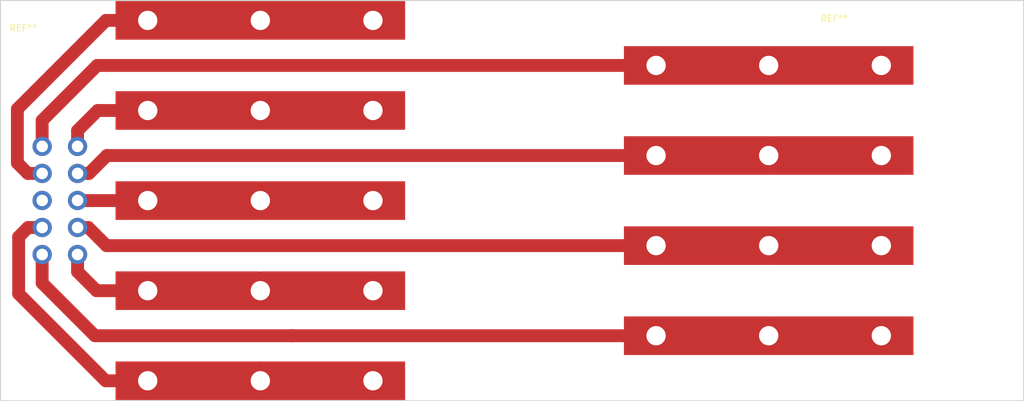
<source format=kicad_pcb>
(kicad_pcb (version 4) (host pcbnew 4.0.0-rc1-stable)

  (general
    (links 0)
    (no_connects 0)
    (area 61.924999 55.496 219.582 117.896)
    (thickness 1.6)
    (drawings 4)
    (tracks 32)
    (zones 0)
    (modules 2)
    (nets 1)
  )

  (page A4)
  (layers
    (0 F.Cu signal)
    (31 B.Cu signal)
    (32 B.Adhes user)
    (33 F.Adhes user)
    (34 B.Paste user)
    (35 F.Paste user)
    (36 B.SilkS user)
    (37 F.SilkS user)
    (38 B.Mask user)
    (39 F.Mask user)
    (40 Dwgs.User user)
    (41 Cmts.User user)
    (42 Eco1.User user)
    (43 Eco2.User user)
    (44 Edge.Cuts user)
    (45 Margin user)
    (46 B.CrtYd user)
    (47 F.CrtYd user)
    (48 B.Fab user)
    (49 F.Fab user)
  )

  (setup
    (last_trace_width 0.25)
    (trace_clearance 0.2)
    (zone_clearance 0.508)
    (zone_45_only no)
    (trace_min 0.2)
    (segment_width 0.2)
    (edge_width 0.15)
    (via_size 0.6)
    (via_drill 0.4)
    (via_min_size 0.4)
    (via_min_drill 0.3)
    (uvia_size 0.3)
    (uvia_drill 0.1)
    (uvias_allowed no)
    (uvia_min_size 0.2)
    (uvia_min_drill 0.1)
    (pcb_text_width 0.3)
    (pcb_text_size 1.5 1.5)
    (mod_edge_width 0.15)
    (mod_text_size 1 1)
    (mod_text_width 0.15)
    (pad_size 1.524 1.524)
    (pad_drill 0.762)
    (pad_to_mask_clearance 0.2)
    (aux_axis_origin 0 0)
    (visible_elements 7FFFFFFF)
    (pcbplotparams
      (layerselection 0x00000_00000001)
      (usegerberextensions false)
      (excludeedgelayer true)
      (linewidth 0.100000)
      (plotframeref false)
      (viasonmask false)
      (mode 1)
      (useauxorigin false)
      (hpglpennumber 1)
      (hpglpenspeed 20)
      (hpglpendiameter 15)
      (hpglpenoverlay 2)
      (psnegative false)
      (psa4output false)
      (plotreference false)
      (plotvalue false)
      (plotinvisibletext false)
      (padsonsilk false)
      (subtractmaskfromsilk false)
      (outputformat 1)
      (mirror false)
      (drillshape 0)
      (scaleselection 1)
      (outputdirectory ""))
  )

  (net 0 "")

  (net_class Default "This is the default net class."
    (clearance 0.2)
    (trace_width 0.25)
    (via_dia 0.6)
    (via_drill 0.4)
    (uvia_dia 0.3)
    (uvia_drill 0.1)
  )

  (module USSTPARTS:BatteryConnector (layer F.Cu) (tedit 566B6018) (tstamp 566B6574)
    (at 68.4775 95.0775)
    (fp_text reference REF** (at -2.9455 -35.197) (layer F.SilkS)
      (effects (font (size 1 1) (thickness 0.15)))
    )
    (fp_text value BatteryConnector (at 1.182 -37.1655) (layer F.Fab)
      (effects (font (size 1 1) (thickness 0.15)))
    )
    (pad "" np_thru_hole circle (at 0 0) (size 3 3) (drill 1.8) (layers *.Cu))
    (pad "" np_thru_hole circle (at 5.5 0) (size 3 3) (drill 1.8) (layers *.Cu))
    (pad "" np_thru_hole circle (at 5.5 -4.2) (size 3 3) (drill 1.8) (layers *.Cu))
    (pad "" np_thru_hole circle (at 0 -4.2) (size 3 3) (drill 1.8) (layers *.Cu))
    (pad "" np_thru_hole circle (at 5.5 -8.4) (size 3 3) (drill 1.8) (layers *.Cu))
    (pad "" np_thru_hole circle (at 0 -8.4) (size 3 3) (drill 1.8) (layers *.Cu))
    (pad "" np_thru_hole circle (at 5.5 -12.6) (size 3 3) (drill 1.8) (layers *.Cu))
    (pad "" np_thru_hole circle (at 0 -12.6) (size 3 3) (drill 1.8) (layers *.Cu))
    (pad "" np_thru_hole circle (at 5.5 -16.8) (size 3 3) (drill 1.8) (layers *.Cu))
    (pad "" np_thru_hole circle (at 0 -16.8) (size 3 3) (drill 1.8) (layers *.Cu))
  )

  (module USSTPARTS:BatteryPad_NoSlot (layer F.Cu) (tedit 566B6CDF) (tstamp 566B6326)
    (at 102.382 100.696)
    (fp_text reference REF** (at 89.18 -42.29) (layer F.SilkS)
      (effects (font (size 1 1) (thickness 0.15)))
    )
    (fp_text value BatteryPad (at 91.1025 -40.6885) (layer F.Fab)
      (effects (font (size 1 1) (thickness 0.15)))
    )
    (pad 1 smd rect (at 0 0) (size 45 6) (layers F.Cu))
    (pad "" np_thru_hole circle (at 0 0) (size 3 3) (drill 3) (layers *.Cu))
    (pad "" np_thru_hole oval (at 0 -3.625) (size 1.25 1.25) (drill oval 1.25) (layers *.Cu))
    (pad "" np_thru_hole oval (at 0 3.625) (size 1.25 1.25) (drill oval 1.25) (layers *.Cu))
    (pad "" np_thru_hole circle (at 17.5 0) (size 3 3) (drill 3) (layers *.Cu))
    (pad "" np_thru_hole circle (at -17.5 0) (size 3 3) (drill 3) (layers *.Cu))
    (pad "" np_thru_hole circle (at 17.5 14) (size 3 3) (drill 3) (layers *.Cu))
    (pad "" np_thru_hole circle (at 0 14) (size 3 3) (drill 3) (layers *.Cu))
    (pad "" np_thru_hole oval (at 0 10.375) (size 1.25 1.25) (drill oval 1.25) (layers *.Cu))
    (pad "" np_thru_hole circle (at -36.5 15) (size 3 3) (drill 3) (layers *.Cu))
    (pad 1 smd rect (at 0 14) (size 45 6) (layers F.Cu))
    (pad "" np_thru_hole circle (at 17.5 -14) (size 3 3) (drill 3) (layers *.Cu))
    (pad "" np_thru_hole oval (at 0 -10.375) (size 1.25 1.25) (drill oval 1.25) (layers *.Cu))
    (pad "" np_thru_hole circle (at 0 -14) (size 3 3) (drill 3) (layers *.Cu))
    (pad "" np_thru_hole oval (at 0 -17.625) (size 1.25 1.25) (drill oval 1.25) (layers *.Cu))
    (pad "" np_thru_hole circle (at -17.5 -14) (size 3 3) (drill 3) (layers *.Cu))
    (pad 1 smd rect (at 0 -14) (size 45 6) (layers F.Cu))
    (pad "" np_thru_hole oval (at 0 -24.375) (size 1.25 1.25) (drill oval 1.25) (layers *.Cu))
    (pad "" np_thru_hole oval (at 0 -31.625) (size 1.25 1.25) (drill oval 1.25) (layers *.Cu))
    (pad "" np_thru_hole circle (at 17.5 -28) (size 3 3) (drill 3) (layers *.Cu))
    (pad "" np_thru_hole circle (at -17.5 -28) (size 3 3) (drill 3) (layers *.Cu))
    (pad "" np_thru_hole circle (at 0 -28) (size 3 3) (drill 3) (layers *.Cu))
    (pad 1 smd rect (at 0 -28) (size 45 6) (layers F.Cu))
    (pad "" np_thru_hole circle (at -17.5 -42) (size 3 3) (drill 3) (layers *.Cu))
    (pad "" np_thru_hole circle (at 0 -42) (size 3 3) (drill 3) (layers *.Cu))
    (pad "" np_thru_hole circle (at 17.5 -42) (size 3 3) (drill 3) (layers *.Cu))
    (pad "" np_thru_hole oval (at 0 -38.375) (size 1.25 1.25) (drill oval 1.25) (layers *.Cu))
    (pad 1 smd rect (at 0 -42) (size 45 6) (layers F.Cu))
    (pad "" np_thru_hole oval (at 79 -24.625) (size 1.25 1.25) (drill oval 1.25) (layers *.Cu))
    (pad "" np_thru_hole circle (at 79 -7) (size 3 3) (drill 3) (layers *.Cu))
    (pad "" np_thru_hole oval (at 79 -10.625) (size 1.25 1.25) (drill oval 1.25) (layers *.Cu))
    (pad "" np_thru_hole circle (at 61.5 -7) (size 3 3) (drill 3) (layers *.Cu))
    (pad "" np_thru_hole oval (at 79 -3.375) (size 1.25 1.25) (drill oval 1.25) (layers *.Cu))
    (pad "" np_thru_hole oval (at 79 10.625) (size 1.25 1.25) (drill oval 1.25) (layers *.Cu))
    (pad "" np_thru_hole circle (at 96.5 7) (size 3 3) (drill 3) (layers *.Cu))
    (pad "" np_thru_hole circle (at 79 7) (size 3 3) (drill 3) (layers *.Cu))
    (pad "" np_thru_hole oval (at 79 3.375) (size 1.25 1.25) (drill oval 1.25) (layers *.Cu))
    (pad "" np_thru_hole circle (at 61.5 7) (size 3 3) (drill 3) (layers *.Cu))
    (pad "" np_thru_hole oval (at 79 -38.625) (size 1.25 1.25) (drill oval 1.25) (layers *.Cu))
    (pad "" np_thru_hole oval (at 79 -31.375) (size 1.25 1.25) (drill oval 1.25) (layers *.Cu))
    (pad "" np_thru_hole circle (at 96.5 -35) (size 3 3) (drill 3) (layers *.Cu))
    (pad "" np_thru_hole circle (at 61.5 -35) (size 3 3) (drill 3) (layers *.Cu))
    (pad "" np_thru_hole circle (at 79 -35) (size 3 3) (drill 3) (layers *.Cu))
    (pad "" np_thru_hole circle (at 96.5 -7) (size 3 3) (drill 3) (layers *.Cu))
    (pad "" np_thru_hole circle (at 96.5 -21) (size 3 3) (drill 3) (layers *.Cu))
    (pad "" np_thru_hole oval (at 79 -17.375) (size 1.25 1.25) (drill oval 1.25) (layers *.Cu))
    (pad "" np_thru_hole circle (at 79 -21) (size 3 3) (drill 3) (layers *.Cu))
    (pad "" np_thru_hole circle (at 61.5 -21) (size 3 3) (drill 3) (layers *.Cu))
    (pad 1 smd rect (at 79 -7) (size 45 6) (layers F.Cu))
    (pad 1 smd rect (at 79 7) (size 45 6) (layers F.Cu))
    (pad 1 smd rect (at 79 -21) (size 45 6) (layers F.Cu))
    (pad 1 smd rect (at 79 -35) (size 45 6) (layers F.Cu))
    (pad "" np_thru_hole circle (at -17.5 14) (size 3 3) (drill 3) (layers *.Cu))
    (pad "" np_thru_hole circle (at -36.5 -43) (size 3 3) (drill 3) (layers *.Cu))
    (pad "" np_thru_hole circle (at 115.5 15) (size 3 3) (drill 3) (layers *.Cu))
    (pad "" np_thru_hole circle (at 115.5 -43) (size 3 3) (drill 3) (layers *.Cu))
  )

  (gr_line (start 62 117.7925) (end 62 55.6) (layer Edge.Cuts) (width 0.15))
  (gr_line (start 221 117.8) (end 62 117.8) (layer Edge.Cuts) (width 0.15))
  (gr_line (start 221 55.6) (end 221 117.8) (layer Edge.Cuts) (width 0.15))
  (gr_line (start 62 55.6) (end 221 55.6) (layer Edge.Cuts) (width 0.15))

  (segment (start 73.9775 82.4775) (end 75.750545 82.4775) (width 2) (layer F.Cu) (net 0))
  (segment (start 75.750545 82.4775) (end 78.532045 79.696) (width 2) (layer F.Cu) (net 0))
  (segment (start 78.532045 79.696) (end 163.882 79.696) (width 2) (layer F.Cu) (net 0))
  (segment (start 73.9775 90.8775) (end 75.648569 90.8775) (width 2) (layer F.Cu) (net 0))
  (segment (start 75.648569 90.8775) (end 78.467069 93.696) (width 2) (layer F.Cu) (net 0))
  (segment (start 78.467069 93.696) (end 163.882 93.696) (width 2) (layer F.Cu) (net 0))
  (segment (start 84.882 100.696) (end 76.918637 100.696) (width 2) (layer F.Cu) (net 0))
  (segment (start 76.918637 100.696) (end 73.9775 97.754863) (width 2) (layer F.Cu) (net 0))
  (segment (start 73.9775 97.754863) (end 73.9775 95.0775) (width 2) (layer F.Cu) (net 0))
  (segment (start 73.9775 78.2775) (end 73.9775 75.825269) (width 2) (layer F.Cu) (net 0))
  (segment (start 73.9775 75.825269) (end 77.106769 72.696) (width 2) (layer F.Cu) (net 0))
  (segment (start 77.106769 72.696) (end 84.882 72.696) (width 2) (layer F.Cu) (net 0))
  (segment (start 68.4775 95.0775) (end 68.4775 99.504501) (width 2) (layer F.Cu) (net 0))
  (segment (start 68.4775 99.504501) (end 76.668999 107.696) (width 2) (layer F.Cu) (net 0))
  (segment (start 76.668999 107.696) (end 107.345339 107.696) (width 2) (layer F.Cu) (net 0))
  (segment (start 84.882 114.696) (end 78.341085 114.696) (width 2) (layer F.Cu) (net 0))
  (segment (start 78.341085 114.696) (end 64.823323 101.178238) (width 2) (layer F.Cu) (net 0))
  (segment (start 64.823323 101.178238) (end 64.823323 92.34197) (width 2) (layer F.Cu) (net 0))
  (segment (start 64.823323 92.34197) (end 66.287793 90.8775) (width 2) (layer F.Cu) (net 0))
  (segment (start 66.287793 90.8775) (end 68.4775 90.8775) (width 2) (layer F.Cu) (net 0))
  (segment (start 68.4775 82.4775) (end 66.252087 82.4775) (width 2) (layer F.Cu) (net 0))
  (segment (start 66.252087 82.4775) (end 64.624782 80.850195) (width 2) (layer F.Cu) (net 0))
  (segment (start 64.624782 80.850195) (end 64.624782 72.464347) (width 2) (layer F.Cu) (net 0))
  (segment (start 64.624782 72.464347) (end 78.393129 58.696) (width 2) (layer F.Cu) (net 0))
  (segment (start 78.393129 58.696) (end 84.882 58.696) (width 2) (layer F.Cu) (net 0))
  (segment (start 163.882 65.696) (end 77.023729 65.696) (width 2) (layer F.Cu) (net 0))
  (segment (start 68.4775 74.242229) (end 68.4775 78.2775) (width 2) (layer F.Cu) (net 0))
  (segment (start 77.023729 65.696) (end 68.4775 74.242229) (width 2) (layer F.Cu) (net 0))
  (segment (start 163.882 107.696) (end 107.345339 107.696) (width 2) (layer F.Cu) (net 0))
  (segment (start 107.345339 107.696) (end 107.188 107.696) (width 2) (layer F.Cu) (net 0))
  (segment (start 84.882 86.696) (end 73.996 86.696) (width 2) (layer F.Cu) (net 0))
  (segment (start 73.996 86.696) (end 73.9775 86.6775) (width 2) (layer F.Cu) (net 0))

)

</source>
